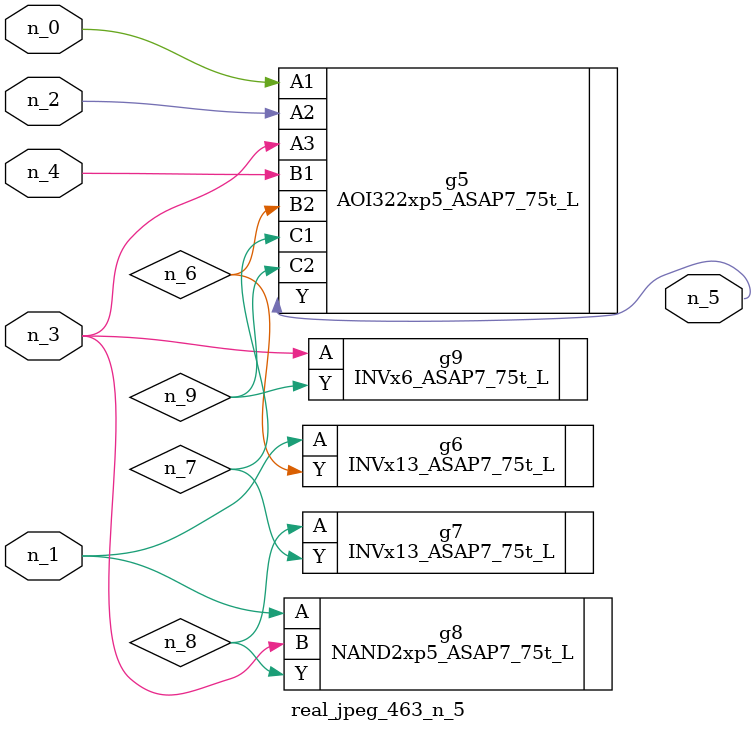
<source format=v>
module real_jpeg_463_n_5 (n_4, n_0, n_1, n_2, n_3, n_5);

input n_4;
input n_0;
input n_1;
input n_2;
input n_3;

output n_5;

wire n_8;
wire n_6;
wire n_7;
wire n_9;

AOI322xp5_ASAP7_75t_L g5 ( 
.A1(n_0),
.A2(n_2),
.A3(n_3),
.B1(n_4),
.B2(n_6),
.C1(n_7),
.C2(n_9),
.Y(n_5)
);

INVx13_ASAP7_75t_L g6 ( 
.A(n_1),
.Y(n_6)
);

NAND2xp5_ASAP7_75t_L g8 ( 
.A(n_1),
.B(n_3),
.Y(n_8)
);

INVx6_ASAP7_75t_L g9 ( 
.A(n_3),
.Y(n_9)
);

INVx13_ASAP7_75t_L g7 ( 
.A(n_8),
.Y(n_7)
);


endmodule
</source>
